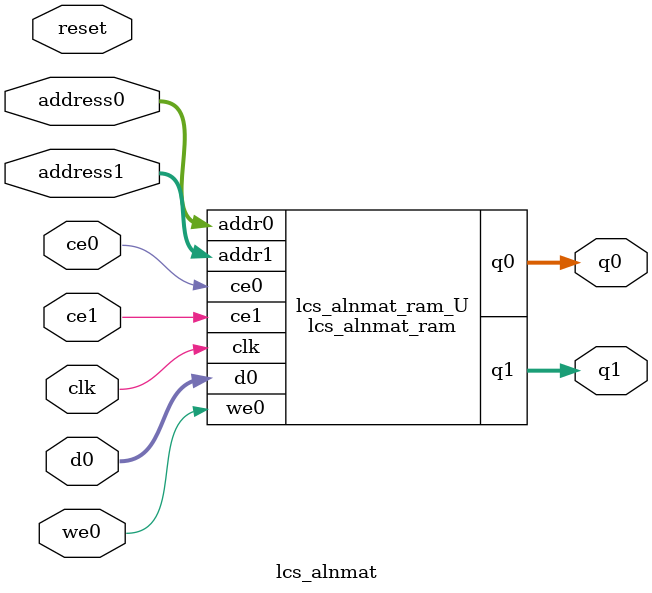
<source format=v>
`timescale 1 ns / 1 ps
module lcs_alnmat_ram (addr0, ce0, d0, we0, q0, addr1, ce1, q1,  clk);

parameter DWIDTH = 32;
parameter AWIDTH = 6;
parameter MEM_SIZE = 56;

input[AWIDTH-1:0] addr0;
input ce0;
input[DWIDTH-1:0] d0;
input we0;
output reg[DWIDTH-1:0] q0;
input[AWIDTH-1:0] addr1;
input ce1;
output reg[DWIDTH-1:0] q1;
input clk;

(* ram_style = "block" *)reg [DWIDTH-1:0] ram[0:MEM_SIZE-1];




always @(posedge clk)  
begin 
    if (ce0) begin
        if (we0) 
            ram[addr0] <= d0; 
        q0 <= ram[addr0];
    end
end


always @(posedge clk)  
begin 
    if (ce1) begin
        q1 <= ram[addr1];
    end
end


endmodule

`timescale 1 ns / 1 ps
module lcs_alnmat(
    reset,
    clk,
    address0,
    ce0,
    we0,
    d0,
    q0,
    address1,
    ce1,
    q1);

parameter DataWidth = 32'd32;
parameter AddressRange = 32'd56;
parameter AddressWidth = 32'd6;
input reset;
input clk;
input[AddressWidth - 1:0] address0;
input ce0;
input we0;
input[DataWidth - 1:0] d0;
output[DataWidth - 1:0] q0;
input[AddressWidth - 1:0] address1;
input ce1;
output[DataWidth - 1:0] q1;



lcs_alnmat_ram lcs_alnmat_ram_U(
    .clk( clk ),
    .addr0( address0 ),
    .ce0( ce0 ),
    .we0( we0 ),
    .d0( d0 ),
    .q0( q0 ),
    .addr1( address1 ),
    .ce1( ce1 ),
    .q1( q1 ));

endmodule


</source>
